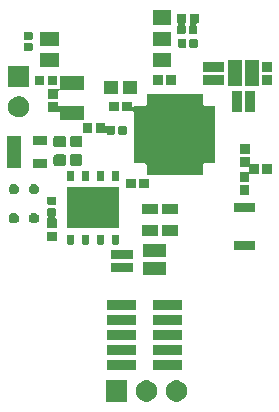
<source format=gbr>
G04 #@! TF.GenerationSoftware,KiCad,Pcbnew,(5.1.5)-3*
G04 #@! TF.CreationDate,2021-08-20T07:44:17+02:00*
G04 #@! TF.ProjectId,nRF52832_qfaa,6e524635-3238-4333-925f-716661612e6b,rev?*
G04 #@! TF.SameCoordinates,Original*
G04 #@! TF.FileFunction,Soldermask,Top*
G04 #@! TF.FilePolarity,Negative*
%FSLAX46Y46*%
G04 Gerber Fmt 4.6, Leading zero omitted, Abs format (unit mm)*
G04 Created by KiCad (PCBNEW (5.1.5)-3) date 2021-08-20 07:44:17*
%MOMM*%
%LPD*%
G04 APERTURE LIST*
%ADD10C,0.100000*%
G04 APERTURE END LIST*
D10*
G36*
X145452400Y-128586800D02*
G01*
X143650400Y-128586800D01*
X143650400Y-126784800D01*
X145452400Y-126784800D01*
X145452400Y-128586800D01*
G37*
G36*
X147204912Y-126789727D02*
G01*
X147354212Y-126819424D01*
X147518184Y-126887344D01*
X147665754Y-126985947D01*
X147791253Y-127111446D01*
X147889856Y-127259016D01*
X147957776Y-127422988D01*
X147992400Y-127597059D01*
X147992400Y-127774541D01*
X147957776Y-127948612D01*
X147889856Y-128112584D01*
X147791253Y-128260154D01*
X147665754Y-128385653D01*
X147518184Y-128484256D01*
X147354212Y-128552176D01*
X147204912Y-128581873D01*
X147180142Y-128586800D01*
X147002658Y-128586800D01*
X146977888Y-128581873D01*
X146828588Y-128552176D01*
X146664616Y-128484256D01*
X146517046Y-128385653D01*
X146391547Y-128260154D01*
X146292944Y-128112584D01*
X146225024Y-127948612D01*
X146190400Y-127774541D01*
X146190400Y-127597059D01*
X146225024Y-127422988D01*
X146292944Y-127259016D01*
X146391547Y-127111446D01*
X146517046Y-126985947D01*
X146664616Y-126887344D01*
X146828588Y-126819424D01*
X146977888Y-126789727D01*
X147002658Y-126784800D01*
X147180142Y-126784800D01*
X147204912Y-126789727D01*
G37*
G36*
X149744912Y-126789727D02*
G01*
X149894212Y-126819424D01*
X150058184Y-126887344D01*
X150205754Y-126985947D01*
X150331253Y-127111446D01*
X150429856Y-127259016D01*
X150497776Y-127422988D01*
X150532400Y-127597059D01*
X150532400Y-127774541D01*
X150497776Y-127948612D01*
X150429856Y-128112584D01*
X150331253Y-128260154D01*
X150205754Y-128385653D01*
X150058184Y-128484256D01*
X149894212Y-128552176D01*
X149744912Y-128581873D01*
X149720142Y-128586800D01*
X149542658Y-128586800D01*
X149517888Y-128581873D01*
X149368588Y-128552176D01*
X149204616Y-128484256D01*
X149057046Y-128385653D01*
X148931547Y-128260154D01*
X148832944Y-128112584D01*
X148765024Y-127948612D01*
X148730400Y-127774541D01*
X148730400Y-127597059D01*
X148765024Y-127422988D01*
X148832944Y-127259016D01*
X148931547Y-127111446D01*
X149057046Y-126985947D01*
X149204616Y-126887344D01*
X149368588Y-126819424D01*
X149517888Y-126789727D01*
X149542658Y-126784800D01*
X149720142Y-126784800D01*
X149744912Y-126789727D01*
G37*
G36*
X150140000Y-125922400D02*
G01*
X147638000Y-125922400D01*
X147638000Y-125080400D01*
X150140000Y-125080400D01*
X150140000Y-125922400D01*
G37*
G36*
X146240000Y-125922400D02*
G01*
X143738000Y-125922400D01*
X143738000Y-125080400D01*
X146240000Y-125080400D01*
X146240000Y-125922400D01*
G37*
G36*
X146240000Y-124652400D02*
G01*
X143738000Y-124652400D01*
X143738000Y-123810400D01*
X146240000Y-123810400D01*
X146240000Y-124652400D01*
G37*
G36*
X150140000Y-124652400D02*
G01*
X147638000Y-124652400D01*
X147638000Y-123810400D01*
X150140000Y-123810400D01*
X150140000Y-124652400D01*
G37*
G36*
X150140000Y-123382400D02*
G01*
X147638000Y-123382400D01*
X147638000Y-122540400D01*
X150140000Y-122540400D01*
X150140000Y-123382400D01*
G37*
G36*
X146240000Y-123382400D02*
G01*
X143738000Y-123382400D01*
X143738000Y-122540400D01*
X146240000Y-122540400D01*
X146240000Y-123382400D01*
G37*
G36*
X150140000Y-122112400D02*
G01*
X147638000Y-122112400D01*
X147638000Y-121270400D01*
X150140000Y-121270400D01*
X150140000Y-122112400D01*
G37*
G36*
X146240000Y-122112400D02*
G01*
X143738000Y-122112400D01*
X143738000Y-121270400D01*
X146240000Y-121270400D01*
X146240000Y-122112400D01*
G37*
G36*
X150140000Y-120842400D02*
G01*
X147638000Y-120842400D01*
X147638000Y-120000400D01*
X150140000Y-120000400D01*
X150140000Y-120842400D01*
G37*
G36*
X146240000Y-120842400D02*
G01*
X143738000Y-120842400D01*
X143738000Y-120000400D01*
X146240000Y-120000400D01*
X146240000Y-120842400D01*
G37*
G36*
X148778200Y-117861600D02*
G01*
X146776200Y-117861600D01*
X146776200Y-116759600D01*
X148778200Y-116759600D01*
X148778200Y-117861600D01*
G37*
G36*
X144983153Y-116814934D02*
G01*
X145004764Y-116826485D01*
X145028213Y-116833598D01*
X145052599Y-116836000D01*
X145918200Y-116836000D01*
X145918200Y-117639200D01*
X145064728Y-117639200D01*
X145059447Y-117634866D01*
X145037836Y-117623315D01*
X145014387Y-117616202D01*
X144990001Y-117613800D01*
X144124400Y-117613800D01*
X144124400Y-116810600D01*
X144977872Y-116810600D01*
X144983153Y-116814934D01*
G37*
G36*
X144983153Y-115714934D02*
G01*
X145004764Y-115726485D01*
X145028213Y-115733598D01*
X145052599Y-115736000D01*
X145918200Y-115736000D01*
X145918200Y-116539200D01*
X145064728Y-116539200D01*
X145059447Y-116534866D01*
X145037836Y-116523315D01*
X145014387Y-116516202D01*
X144990001Y-116513800D01*
X144124400Y-116513800D01*
X144124400Y-115710600D01*
X144977872Y-115710600D01*
X144983153Y-115714934D01*
G37*
G36*
X148778200Y-116361600D02*
G01*
X146776200Y-116361600D01*
X146776200Y-115259600D01*
X148778200Y-115259600D01*
X148778200Y-116361600D01*
G37*
G36*
X156248200Y-115767400D02*
G01*
X154546200Y-115767400D01*
X154546200Y-114965400D01*
X156248200Y-114965400D01*
X156248200Y-115767400D01*
G37*
G36*
X144705251Y-114442684D02*
G01*
X144721643Y-114447657D01*
X144736755Y-114455734D01*
X144749998Y-114466602D01*
X144760866Y-114479845D01*
X144768943Y-114494957D01*
X144773916Y-114511349D01*
X144776200Y-114534541D01*
X144776200Y-115198259D01*
X144773916Y-115221451D01*
X144768943Y-115237843D01*
X144760866Y-115252955D01*
X144749998Y-115266198D01*
X144736755Y-115277066D01*
X144721643Y-115285143D01*
X144705251Y-115290116D01*
X144682059Y-115292400D01*
X144268341Y-115292400D01*
X144245149Y-115290116D01*
X144228757Y-115285143D01*
X144213645Y-115277066D01*
X144200402Y-115266198D01*
X144189534Y-115252955D01*
X144181457Y-115237843D01*
X144176484Y-115221451D01*
X144174200Y-115198259D01*
X144174200Y-114534541D01*
X144176484Y-114511349D01*
X144181457Y-114494957D01*
X144189534Y-114479845D01*
X144200402Y-114466602D01*
X144213645Y-114455734D01*
X144228757Y-114447657D01*
X144245149Y-114442684D01*
X144268341Y-114440400D01*
X144682059Y-114440400D01*
X144705251Y-114442684D01*
G37*
G36*
X143435251Y-114442684D02*
G01*
X143451643Y-114447657D01*
X143466755Y-114455734D01*
X143479998Y-114466602D01*
X143490866Y-114479845D01*
X143498943Y-114494957D01*
X143503916Y-114511349D01*
X143506200Y-114534541D01*
X143506200Y-115198259D01*
X143503916Y-115221451D01*
X143498943Y-115237843D01*
X143490866Y-115252955D01*
X143479998Y-115266198D01*
X143466755Y-115277066D01*
X143451643Y-115285143D01*
X143435251Y-115290116D01*
X143412059Y-115292400D01*
X142998341Y-115292400D01*
X142975149Y-115290116D01*
X142958757Y-115285143D01*
X142943645Y-115277066D01*
X142930402Y-115266198D01*
X142919534Y-115252955D01*
X142911457Y-115237843D01*
X142906484Y-115221451D01*
X142904200Y-115198259D01*
X142904200Y-114534541D01*
X142906484Y-114511349D01*
X142911457Y-114494957D01*
X142919534Y-114479845D01*
X142930402Y-114466602D01*
X142943645Y-114455734D01*
X142958757Y-114447657D01*
X142975149Y-114442684D01*
X142998341Y-114440400D01*
X143412059Y-114440400D01*
X143435251Y-114442684D01*
G37*
G36*
X142165251Y-114442684D02*
G01*
X142181643Y-114447657D01*
X142196755Y-114455734D01*
X142209998Y-114466602D01*
X142220866Y-114479845D01*
X142228943Y-114494957D01*
X142233916Y-114511349D01*
X142236200Y-114534541D01*
X142236200Y-115198259D01*
X142233916Y-115221451D01*
X142228943Y-115237843D01*
X142220866Y-115252955D01*
X142209998Y-115266198D01*
X142196755Y-115277066D01*
X142181643Y-115285143D01*
X142165251Y-115290116D01*
X142142059Y-115292400D01*
X141728341Y-115292400D01*
X141705149Y-115290116D01*
X141688757Y-115285143D01*
X141673645Y-115277066D01*
X141660402Y-115266198D01*
X141649534Y-115252955D01*
X141641457Y-115237843D01*
X141636484Y-115221451D01*
X141634200Y-115198259D01*
X141634200Y-114534541D01*
X141636484Y-114511349D01*
X141641457Y-114494957D01*
X141649534Y-114479845D01*
X141660402Y-114466602D01*
X141673645Y-114455734D01*
X141688757Y-114447657D01*
X141705149Y-114442684D01*
X141728341Y-114440400D01*
X142142059Y-114440400D01*
X142165251Y-114442684D01*
G37*
G36*
X140895251Y-114442684D02*
G01*
X140911643Y-114447657D01*
X140926755Y-114455734D01*
X140939998Y-114466602D01*
X140950866Y-114479845D01*
X140958943Y-114494957D01*
X140963916Y-114511349D01*
X140966200Y-114534541D01*
X140966200Y-115198259D01*
X140963916Y-115221451D01*
X140958943Y-115237843D01*
X140950866Y-115252955D01*
X140939998Y-115266198D01*
X140926755Y-115277066D01*
X140911643Y-115285143D01*
X140895251Y-115290116D01*
X140872059Y-115292400D01*
X140458341Y-115292400D01*
X140435149Y-115290116D01*
X140418757Y-115285143D01*
X140403645Y-115277066D01*
X140390402Y-115266198D01*
X140379534Y-115252955D01*
X140371457Y-115237843D01*
X140366484Y-115221451D01*
X140364200Y-115198259D01*
X140364200Y-114534541D01*
X140366484Y-114511349D01*
X140371457Y-114494957D01*
X140379534Y-114479845D01*
X140390402Y-114466602D01*
X140403645Y-114455734D01*
X140418757Y-114447657D01*
X140435149Y-114442684D01*
X140458341Y-114440400D01*
X140872059Y-114440400D01*
X140895251Y-114442684D01*
G37*
G36*
X139492000Y-114988800D02*
G01*
X138688800Y-114988800D01*
X138688800Y-114185600D01*
X139492000Y-114185600D01*
X139492000Y-114988800D01*
G37*
G36*
X148085400Y-114533400D02*
G01*
X146733400Y-114533400D01*
X146733400Y-113631400D01*
X148085400Y-113631400D01*
X148085400Y-114533400D01*
G37*
G36*
X149735400Y-114533400D02*
G01*
X148383400Y-114533400D01*
X148383400Y-113631400D01*
X149735400Y-113631400D01*
X149735400Y-114533400D01*
G37*
G36*
X144771200Y-113917400D02*
G01*
X140369200Y-113917400D01*
X140369200Y-110415400D01*
X144771200Y-110415400D01*
X144771200Y-113917400D01*
G37*
G36*
X139346938Y-112208916D02*
G01*
X139367557Y-112215171D01*
X139386553Y-112225324D01*
X139403208Y-112238992D01*
X139416876Y-112255647D01*
X139427029Y-112274643D01*
X139433284Y-112295262D01*
X139436000Y-112322840D01*
X139436000Y-112781560D01*
X139433284Y-112809138D01*
X139427029Y-112829757D01*
X139416876Y-112848753D01*
X139401773Y-112867155D01*
X139387627Y-112881300D01*
X139374013Y-112901674D01*
X139364635Y-112924313D01*
X139359854Y-112948346D01*
X139359854Y-112972850D01*
X139364634Y-112996883D01*
X139374010Y-113019522D01*
X139387624Y-113039897D01*
X139404950Y-113057225D01*
X139425324Y-113070839D01*
X139447963Y-113080217D01*
X139471996Y-113084998D01*
X139484251Y-113085600D01*
X139492000Y-113085600D01*
X139492000Y-113888800D01*
X138688800Y-113888800D01*
X138688800Y-113077536D01*
X138693584Y-113076085D01*
X138715195Y-113064534D01*
X138734137Y-113048989D01*
X138749682Y-113030047D01*
X138761233Y-113008436D01*
X138768346Y-112984987D01*
X138770748Y-112960601D01*
X138768346Y-112936215D01*
X138761233Y-112912766D01*
X138749682Y-112891155D01*
X138734137Y-112872213D01*
X138727272Y-112865992D01*
X138713124Y-112848753D01*
X138702971Y-112829757D01*
X138696716Y-112809138D01*
X138694000Y-112781560D01*
X138694000Y-112322840D01*
X138696716Y-112295262D01*
X138702971Y-112274643D01*
X138713124Y-112255647D01*
X138726792Y-112238992D01*
X138743447Y-112225324D01*
X138762443Y-112215171D01*
X138783062Y-112208916D01*
X138810640Y-112206200D01*
X139319360Y-112206200D01*
X139346938Y-112208916D01*
G37*
G36*
X135997952Y-112617931D02*
G01*
X136080027Y-112651928D01*
X136080029Y-112651929D01*
X136153896Y-112701286D01*
X136216714Y-112764104D01*
X136260583Y-112829757D01*
X136266072Y-112837973D01*
X136300069Y-112920048D01*
X136317400Y-113007179D01*
X136317400Y-113096021D01*
X136300069Y-113183152D01*
X136266072Y-113265227D01*
X136266071Y-113265229D01*
X136216714Y-113339096D01*
X136153896Y-113401914D01*
X136080029Y-113451271D01*
X136080028Y-113451272D01*
X136080027Y-113451272D01*
X135997952Y-113485269D01*
X135910821Y-113502600D01*
X135821979Y-113502600D01*
X135734848Y-113485269D01*
X135652773Y-113451272D01*
X135652772Y-113451272D01*
X135652771Y-113451271D01*
X135578904Y-113401914D01*
X135516086Y-113339096D01*
X135466729Y-113265229D01*
X135466728Y-113265227D01*
X135432731Y-113183152D01*
X135415400Y-113096021D01*
X135415400Y-113007179D01*
X135432731Y-112920048D01*
X135466728Y-112837973D01*
X135472218Y-112829757D01*
X135516086Y-112764104D01*
X135578904Y-112701286D01*
X135652771Y-112651929D01*
X135652773Y-112651928D01*
X135734848Y-112617931D01*
X135821979Y-112600600D01*
X135910821Y-112600600D01*
X135997952Y-112617931D01*
G37*
G36*
X137697952Y-112617931D02*
G01*
X137780027Y-112651928D01*
X137780029Y-112651929D01*
X137853896Y-112701286D01*
X137916714Y-112764104D01*
X137960583Y-112829757D01*
X137966072Y-112837973D01*
X138000069Y-112920048D01*
X138017400Y-113007179D01*
X138017400Y-113096021D01*
X138000069Y-113183152D01*
X137966072Y-113265227D01*
X137966071Y-113265229D01*
X137916714Y-113339096D01*
X137853896Y-113401914D01*
X137780029Y-113451271D01*
X137780028Y-113451272D01*
X137780027Y-113451272D01*
X137697952Y-113485269D01*
X137610821Y-113502600D01*
X137521979Y-113502600D01*
X137434848Y-113485269D01*
X137352773Y-113451272D01*
X137352772Y-113451272D01*
X137352771Y-113451271D01*
X137278904Y-113401914D01*
X137216086Y-113339096D01*
X137166729Y-113265229D01*
X137166728Y-113265227D01*
X137132731Y-113183152D01*
X137115400Y-113096021D01*
X137115400Y-113007179D01*
X137132731Y-112920048D01*
X137166728Y-112837973D01*
X137172218Y-112829757D01*
X137216086Y-112764104D01*
X137278904Y-112701286D01*
X137352771Y-112651929D01*
X137352773Y-112651928D01*
X137434848Y-112617931D01*
X137521979Y-112600600D01*
X137610821Y-112600600D01*
X137697952Y-112617931D01*
G37*
G36*
X148085400Y-112733400D02*
G01*
X146733400Y-112733400D01*
X146733400Y-111831400D01*
X148085400Y-111831400D01*
X148085400Y-112733400D01*
G37*
G36*
X149735400Y-112733400D02*
G01*
X148383400Y-112733400D01*
X148383400Y-111831400D01*
X149735400Y-111831400D01*
X149735400Y-112733400D01*
G37*
G36*
X156248200Y-112567400D02*
G01*
X154546200Y-112567400D01*
X154546200Y-111765400D01*
X156248200Y-111765400D01*
X156248200Y-112567400D01*
G37*
G36*
X139346938Y-111238916D02*
G01*
X139367557Y-111245171D01*
X139386553Y-111255324D01*
X139403208Y-111268992D01*
X139416876Y-111285647D01*
X139427029Y-111304643D01*
X139433284Y-111325262D01*
X139436000Y-111352840D01*
X139436000Y-111811560D01*
X139433284Y-111839138D01*
X139427029Y-111859757D01*
X139416876Y-111878753D01*
X139403208Y-111895408D01*
X139386553Y-111909076D01*
X139367557Y-111919229D01*
X139346938Y-111925484D01*
X139319360Y-111928200D01*
X138810640Y-111928200D01*
X138783062Y-111925484D01*
X138762443Y-111919229D01*
X138743447Y-111909076D01*
X138726792Y-111895408D01*
X138713124Y-111878753D01*
X138702971Y-111859757D01*
X138696716Y-111839138D01*
X138694000Y-111811560D01*
X138694000Y-111352840D01*
X138696716Y-111325262D01*
X138702971Y-111304643D01*
X138713124Y-111285647D01*
X138726792Y-111268992D01*
X138743447Y-111255324D01*
X138762443Y-111245171D01*
X138783062Y-111238916D01*
X138810640Y-111236200D01*
X139319360Y-111236200D01*
X139346938Y-111238916D01*
G37*
G36*
X155798800Y-111060600D02*
G01*
X154995600Y-111060600D01*
X154995600Y-110257400D01*
X155798800Y-110257400D01*
X155798800Y-111060600D01*
G37*
G36*
X135997952Y-110157931D02*
G01*
X136080027Y-110191928D01*
X136080029Y-110191929D01*
X136117213Y-110216775D01*
X136153895Y-110241285D01*
X136216715Y-110304105D01*
X136266072Y-110377973D01*
X136300069Y-110460048D01*
X136317400Y-110547179D01*
X136317400Y-110636021D01*
X136300069Y-110723152D01*
X136266072Y-110805227D01*
X136266071Y-110805229D01*
X136216714Y-110879096D01*
X136153896Y-110941914D01*
X136080029Y-110991271D01*
X136080028Y-110991272D01*
X136080027Y-110991272D01*
X135997952Y-111025269D01*
X135910821Y-111042600D01*
X135821979Y-111042600D01*
X135734848Y-111025269D01*
X135652773Y-110991272D01*
X135652772Y-110991272D01*
X135652771Y-110991271D01*
X135578904Y-110941914D01*
X135516086Y-110879096D01*
X135466729Y-110805229D01*
X135466728Y-110805227D01*
X135432731Y-110723152D01*
X135415400Y-110636021D01*
X135415400Y-110547179D01*
X135432731Y-110460048D01*
X135466728Y-110377973D01*
X135516085Y-110304105D01*
X135578905Y-110241285D01*
X135615587Y-110216775D01*
X135652771Y-110191929D01*
X135652773Y-110191928D01*
X135734848Y-110157931D01*
X135821979Y-110140600D01*
X135910821Y-110140600D01*
X135997952Y-110157931D01*
G37*
G36*
X137697952Y-110157931D02*
G01*
X137780027Y-110191928D01*
X137780029Y-110191929D01*
X137817213Y-110216775D01*
X137853895Y-110241285D01*
X137916715Y-110304105D01*
X137966072Y-110377973D01*
X138000069Y-110460048D01*
X138017400Y-110547179D01*
X138017400Y-110636021D01*
X138000069Y-110723152D01*
X137966072Y-110805227D01*
X137966071Y-110805229D01*
X137916714Y-110879096D01*
X137853896Y-110941914D01*
X137780029Y-110991271D01*
X137780028Y-110991272D01*
X137780027Y-110991272D01*
X137697952Y-111025269D01*
X137610821Y-111042600D01*
X137521979Y-111042600D01*
X137434848Y-111025269D01*
X137352773Y-110991272D01*
X137352772Y-110991272D01*
X137352771Y-110991271D01*
X137278904Y-110941914D01*
X137216086Y-110879096D01*
X137166729Y-110805229D01*
X137166728Y-110805227D01*
X137132731Y-110723152D01*
X137115400Y-110636021D01*
X137115400Y-110547179D01*
X137132731Y-110460048D01*
X137166728Y-110377973D01*
X137216085Y-110304105D01*
X137278905Y-110241285D01*
X137315587Y-110216775D01*
X137352771Y-110191929D01*
X137352773Y-110191928D01*
X137434848Y-110157931D01*
X137521979Y-110140600D01*
X137610821Y-110140600D01*
X137697952Y-110157931D01*
G37*
G36*
X147297600Y-110536000D02*
G01*
X146494400Y-110536000D01*
X146494400Y-109732800D01*
X147297600Y-109732800D01*
X147297600Y-110536000D01*
G37*
G36*
X146197600Y-110536000D02*
G01*
X145394400Y-110536000D01*
X145394400Y-109732800D01*
X146197600Y-109732800D01*
X146197600Y-110536000D01*
G37*
G36*
X155824200Y-108363201D02*
G01*
X155826602Y-108387587D01*
X155833715Y-108411036D01*
X155845266Y-108432647D01*
X155860811Y-108451589D01*
X155879753Y-108467134D01*
X155901364Y-108478685D01*
X155924813Y-108485798D01*
X155949199Y-108488200D01*
X156620400Y-108488200D01*
X156620400Y-109291400D01*
X155923799Y-109291400D01*
X155899413Y-109293802D01*
X155875964Y-109300915D01*
X155854353Y-109312466D01*
X155835411Y-109328011D01*
X155819866Y-109346953D01*
X155808315Y-109368564D01*
X155801202Y-109392013D01*
X155798800Y-109416399D01*
X155798800Y-109960600D01*
X154995600Y-109960600D01*
X154995600Y-109157400D01*
X155692201Y-109157400D01*
X155716587Y-109154998D01*
X155740036Y-109147885D01*
X155761647Y-109136334D01*
X155780589Y-109120789D01*
X155796134Y-109101847D01*
X155807685Y-109080236D01*
X155814798Y-109056787D01*
X155817200Y-109032401D01*
X155817200Y-108823399D01*
X155814798Y-108799013D01*
X155807685Y-108775564D01*
X155796134Y-108753953D01*
X155780589Y-108735011D01*
X155761647Y-108719466D01*
X155740036Y-108707915D01*
X155716587Y-108700802D01*
X155692201Y-108698400D01*
X155021000Y-108698400D01*
X155021000Y-107895200D01*
X155824200Y-107895200D01*
X155824200Y-108363201D01*
G37*
G36*
X144705251Y-109042684D02*
G01*
X144721643Y-109047657D01*
X144736755Y-109055734D01*
X144749998Y-109066602D01*
X144760866Y-109079845D01*
X144768943Y-109094957D01*
X144773916Y-109111349D01*
X144776200Y-109134541D01*
X144776200Y-109798259D01*
X144773916Y-109821451D01*
X144768943Y-109837843D01*
X144760866Y-109852955D01*
X144749998Y-109866198D01*
X144736755Y-109877066D01*
X144721643Y-109885143D01*
X144705251Y-109890116D01*
X144682059Y-109892400D01*
X144268341Y-109892400D01*
X144245149Y-109890116D01*
X144228757Y-109885143D01*
X144213645Y-109877066D01*
X144200402Y-109866198D01*
X144189534Y-109852955D01*
X144181457Y-109837843D01*
X144176484Y-109821451D01*
X144174200Y-109798259D01*
X144174200Y-109134541D01*
X144176484Y-109111349D01*
X144181457Y-109094957D01*
X144189534Y-109079845D01*
X144200402Y-109066602D01*
X144213645Y-109055734D01*
X144228757Y-109047657D01*
X144245149Y-109042684D01*
X144268341Y-109040400D01*
X144682059Y-109040400D01*
X144705251Y-109042684D01*
G37*
G36*
X140895251Y-109042684D02*
G01*
X140911643Y-109047657D01*
X140926755Y-109055734D01*
X140939998Y-109066602D01*
X140950866Y-109079845D01*
X140958943Y-109094957D01*
X140963916Y-109111349D01*
X140966200Y-109134541D01*
X140966200Y-109798259D01*
X140963916Y-109821451D01*
X140958943Y-109837843D01*
X140950866Y-109852955D01*
X140939998Y-109866198D01*
X140926755Y-109877066D01*
X140911643Y-109885143D01*
X140895251Y-109890116D01*
X140872059Y-109892400D01*
X140458341Y-109892400D01*
X140435149Y-109890116D01*
X140418757Y-109885143D01*
X140403645Y-109877066D01*
X140390402Y-109866198D01*
X140379534Y-109852955D01*
X140371457Y-109837843D01*
X140366484Y-109821451D01*
X140364200Y-109798259D01*
X140364200Y-109134541D01*
X140366484Y-109111349D01*
X140371457Y-109094957D01*
X140379534Y-109079845D01*
X140390402Y-109066602D01*
X140403645Y-109055734D01*
X140418757Y-109047657D01*
X140435149Y-109042684D01*
X140458341Y-109040400D01*
X140872059Y-109040400D01*
X140895251Y-109042684D01*
G37*
G36*
X142165251Y-109042684D02*
G01*
X142181643Y-109047657D01*
X142196755Y-109055734D01*
X142209998Y-109066602D01*
X142220866Y-109079845D01*
X142228943Y-109094957D01*
X142233916Y-109111349D01*
X142236200Y-109134541D01*
X142236200Y-109798259D01*
X142233916Y-109821451D01*
X142228943Y-109837843D01*
X142220866Y-109852955D01*
X142209998Y-109866198D01*
X142196755Y-109877066D01*
X142181643Y-109885143D01*
X142165251Y-109890116D01*
X142142059Y-109892400D01*
X141728341Y-109892400D01*
X141705149Y-109890116D01*
X141688757Y-109885143D01*
X141673645Y-109877066D01*
X141660402Y-109866198D01*
X141649534Y-109852955D01*
X141641457Y-109837843D01*
X141636484Y-109821451D01*
X141634200Y-109798259D01*
X141634200Y-109134541D01*
X141636484Y-109111349D01*
X141641457Y-109094957D01*
X141649534Y-109079845D01*
X141660402Y-109066602D01*
X141673645Y-109055734D01*
X141688757Y-109047657D01*
X141705149Y-109042684D01*
X141728341Y-109040400D01*
X142142059Y-109040400D01*
X142165251Y-109042684D01*
G37*
G36*
X143435251Y-109042684D02*
G01*
X143451643Y-109047657D01*
X143466755Y-109055734D01*
X143479998Y-109066602D01*
X143490866Y-109079845D01*
X143498943Y-109094957D01*
X143503916Y-109111349D01*
X143506200Y-109134541D01*
X143506200Y-109798259D01*
X143503916Y-109821451D01*
X143498943Y-109837843D01*
X143490866Y-109852955D01*
X143479998Y-109866198D01*
X143466755Y-109877066D01*
X143451643Y-109885143D01*
X143435251Y-109890116D01*
X143412059Y-109892400D01*
X142998341Y-109892400D01*
X142975149Y-109890116D01*
X142958757Y-109885143D01*
X142943645Y-109877066D01*
X142930402Y-109866198D01*
X142919534Y-109852955D01*
X142911457Y-109837843D01*
X142906484Y-109821451D01*
X142904200Y-109798259D01*
X142904200Y-109134541D01*
X142906484Y-109111349D01*
X142911457Y-109094957D01*
X142919534Y-109079845D01*
X142930402Y-109066602D01*
X142943645Y-109055734D01*
X142958757Y-109047657D01*
X142975149Y-109042684D01*
X142998341Y-109040400D01*
X143412059Y-109040400D01*
X143435251Y-109042684D01*
G37*
G36*
X151902700Y-103427001D02*
G01*
X151905102Y-103451387D01*
X151912215Y-103474836D01*
X151923766Y-103496447D01*
X151939311Y-103515389D01*
X151958253Y-103530934D01*
X151968363Y-103536337D01*
X151973766Y-103546447D01*
X151989311Y-103565389D01*
X152008253Y-103580934D01*
X152029864Y-103592485D01*
X152053313Y-103599598D01*
X152077699Y-103602000D01*
X152927700Y-103602000D01*
X152927700Y-108405200D01*
X152077699Y-108405200D01*
X152053313Y-108407602D01*
X152029864Y-108414715D01*
X152008253Y-108426266D01*
X151989311Y-108441811D01*
X151973766Y-108460753D01*
X151968363Y-108470863D01*
X151958253Y-108476266D01*
X151939311Y-108491811D01*
X151923766Y-108510753D01*
X151912215Y-108532364D01*
X151905102Y-108555813D01*
X151902700Y-108580199D01*
X151902700Y-109430200D01*
X147099500Y-109430200D01*
X147099500Y-108580199D01*
X147097098Y-108555813D01*
X147089985Y-108532364D01*
X147078434Y-108510753D01*
X147062889Y-108491811D01*
X147043947Y-108476266D01*
X147033837Y-108470863D01*
X147028434Y-108460753D01*
X147012889Y-108441811D01*
X146993947Y-108426266D01*
X146972336Y-108414715D01*
X146948887Y-108407602D01*
X146924501Y-108405200D01*
X146074500Y-108405200D01*
X146074500Y-104130199D01*
X146072098Y-104105813D01*
X146064985Y-104082364D01*
X146053434Y-104060753D01*
X146037889Y-104041811D01*
X146018947Y-104026266D01*
X145997336Y-104014715D01*
X145973887Y-104007602D01*
X145949501Y-104005200D01*
X145049500Y-104005200D01*
X145049500Y-103202000D01*
X145852700Y-103202000D01*
X145852700Y-103506306D01*
X145855102Y-103530692D01*
X145862215Y-103554141D01*
X145873766Y-103575752D01*
X145889311Y-103594694D01*
X145908253Y-103610239D01*
X145929864Y-103621790D01*
X145953313Y-103628903D01*
X145977699Y-103631305D01*
X146002085Y-103628903D01*
X146025534Y-103621790D01*
X146047145Y-103610239D01*
X146056235Y-103602000D01*
X146057228Y-103602000D01*
X146057495Y-103602325D01*
X146057891Y-103602000D01*
X146924501Y-103602000D01*
X146948887Y-103599598D01*
X146972336Y-103592485D01*
X146993947Y-103580934D01*
X147012889Y-103565389D01*
X147028434Y-103546447D01*
X147033837Y-103536337D01*
X147043947Y-103530934D01*
X147062889Y-103515389D01*
X147078434Y-103496447D01*
X147089985Y-103474836D01*
X147097098Y-103451387D01*
X147099500Y-103427001D01*
X147099500Y-102577000D01*
X151902700Y-102577000D01*
X151902700Y-103427001D01*
G37*
G36*
X157720400Y-109291400D02*
G01*
X156917200Y-109291400D01*
X156917200Y-108488200D01*
X157720400Y-108488200D01*
X157720400Y-109291400D01*
G37*
G36*
X136471000Y-108768000D02*
G01*
X135309000Y-108768000D01*
X135309000Y-106116000D01*
X136471000Y-106116000D01*
X136471000Y-108768000D01*
G37*
G36*
X138671000Y-108768000D02*
G01*
X137509000Y-108768000D01*
X137509000Y-108016000D01*
X138671000Y-108016000D01*
X138671000Y-108768000D01*
G37*
G36*
X140130391Y-107668885D02*
G01*
X140164369Y-107679193D01*
X140195690Y-107695934D01*
X140223139Y-107718461D01*
X140245666Y-107745910D01*
X140262407Y-107777231D01*
X140272715Y-107811209D01*
X140276800Y-107852690D01*
X140276800Y-108453910D01*
X140272715Y-108495391D01*
X140262407Y-108529369D01*
X140245666Y-108560690D01*
X140223139Y-108588139D01*
X140195690Y-108610666D01*
X140164369Y-108627407D01*
X140130391Y-108637715D01*
X140088910Y-108641800D01*
X139412690Y-108641800D01*
X139371209Y-108637715D01*
X139337231Y-108627407D01*
X139305910Y-108610666D01*
X139278461Y-108588139D01*
X139255934Y-108560690D01*
X139239193Y-108529369D01*
X139228885Y-108495391D01*
X139224800Y-108453910D01*
X139224800Y-107852690D01*
X139228885Y-107811209D01*
X139239193Y-107777231D01*
X139255934Y-107745910D01*
X139278461Y-107718461D01*
X139305910Y-107695934D01*
X139337231Y-107679193D01*
X139371209Y-107668885D01*
X139412690Y-107664800D01*
X140088910Y-107664800D01*
X140130391Y-107668885D01*
G37*
G36*
X141527391Y-107643485D02*
G01*
X141561369Y-107653793D01*
X141592690Y-107670534D01*
X141620139Y-107693061D01*
X141642666Y-107720510D01*
X141659407Y-107751831D01*
X141669715Y-107785809D01*
X141673800Y-107827290D01*
X141673800Y-108428510D01*
X141669715Y-108469991D01*
X141659407Y-108503969D01*
X141642666Y-108535290D01*
X141620139Y-108562739D01*
X141592690Y-108585266D01*
X141561369Y-108602007D01*
X141527391Y-108612315D01*
X141485910Y-108616400D01*
X140809690Y-108616400D01*
X140768209Y-108612315D01*
X140734231Y-108602007D01*
X140702910Y-108585266D01*
X140675461Y-108562739D01*
X140652934Y-108535290D01*
X140636193Y-108503969D01*
X140625885Y-108469991D01*
X140621800Y-108428510D01*
X140621800Y-107827290D01*
X140625885Y-107785809D01*
X140636193Y-107751831D01*
X140652934Y-107720510D01*
X140675461Y-107693061D01*
X140702910Y-107670534D01*
X140734231Y-107653793D01*
X140768209Y-107643485D01*
X140809690Y-107639400D01*
X141485910Y-107639400D01*
X141527391Y-107643485D01*
G37*
G36*
X155824200Y-107598400D02*
G01*
X155021000Y-107598400D01*
X155021000Y-106795200D01*
X155824200Y-106795200D01*
X155824200Y-107598400D01*
G37*
G36*
X140130391Y-106093885D02*
G01*
X140164369Y-106104193D01*
X140195690Y-106120934D01*
X140223139Y-106143461D01*
X140245666Y-106170910D01*
X140262407Y-106202231D01*
X140272715Y-106236209D01*
X140276800Y-106277690D01*
X140276800Y-106878910D01*
X140272715Y-106920391D01*
X140262407Y-106954369D01*
X140245666Y-106985690D01*
X140223139Y-107013139D01*
X140195690Y-107035666D01*
X140164369Y-107052407D01*
X140130391Y-107062715D01*
X140088910Y-107066800D01*
X139412690Y-107066800D01*
X139371209Y-107062715D01*
X139337231Y-107052407D01*
X139305910Y-107035666D01*
X139278461Y-107013139D01*
X139255934Y-106985690D01*
X139239193Y-106954369D01*
X139228885Y-106920391D01*
X139224800Y-106878910D01*
X139224800Y-106277690D01*
X139228885Y-106236209D01*
X139239193Y-106202231D01*
X139255934Y-106170910D01*
X139278461Y-106143461D01*
X139305910Y-106120934D01*
X139337231Y-106104193D01*
X139371209Y-106093885D01*
X139412690Y-106089800D01*
X140088910Y-106089800D01*
X140130391Y-106093885D01*
G37*
G36*
X141527391Y-106068485D02*
G01*
X141561369Y-106078793D01*
X141592690Y-106095534D01*
X141620139Y-106118061D01*
X141642666Y-106145510D01*
X141659407Y-106176831D01*
X141669715Y-106210809D01*
X141673800Y-106252290D01*
X141673800Y-106853510D01*
X141669715Y-106894991D01*
X141659407Y-106928969D01*
X141642666Y-106960290D01*
X141620139Y-106987739D01*
X141592690Y-107010266D01*
X141561369Y-107027007D01*
X141527391Y-107037315D01*
X141485910Y-107041400D01*
X140809690Y-107041400D01*
X140768209Y-107037315D01*
X140734231Y-107027007D01*
X140702910Y-107010266D01*
X140675461Y-106987739D01*
X140652934Y-106960290D01*
X140636193Y-106928969D01*
X140625885Y-106894991D01*
X140621800Y-106853510D01*
X140621800Y-106252290D01*
X140625885Y-106210809D01*
X140636193Y-106176831D01*
X140652934Y-106145510D01*
X140675461Y-106118061D01*
X140702910Y-106095534D01*
X140734231Y-106078793D01*
X140768209Y-106068485D01*
X140809690Y-106064400D01*
X141485910Y-106064400D01*
X141527391Y-106068485D01*
G37*
G36*
X138671000Y-106868000D02*
G01*
X137509000Y-106868000D01*
X137509000Y-106116000D01*
X138671000Y-106116000D01*
X138671000Y-106868000D01*
G37*
G36*
X145318738Y-105244916D02*
G01*
X145339357Y-105251171D01*
X145358353Y-105261324D01*
X145375008Y-105274992D01*
X145388676Y-105291647D01*
X145398829Y-105310643D01*
X145405084Y-105331262D01*
X145407800Y-105358840D01*
X145407800Y-105867560D01*
X145405084Y-105895138D01*
X145398829Y-105915757D01*
X145388676Y-105934753D01*
X145375008Y-105951408D01*
X145358353Y-105965076D01*
X145339357Y-105975229D01*
X145318738Y-105981484D01*
X145291160Y-105984200D01*
X144832440Y-105984200D01*
X144804862Y-105981484D01*
X144784243Y-105975229D01*
X144765247Y-105965076D01*
X144748592Y-105951408D01*
X144734924Y-105934753D01*
X144724771Y-105915757D01*
X144718516Y-105895138D01*
X144715800Y-105867560D01*
X144715800Y-105358840D01*
X144718516Y-105331262D01*
X144724771Y-105310643D01*
X144734924Y-105291647D01*
X144748592Y-105274992D01*
X144765247Y-105261324D01*
X144784243Y-105251171D01*
X144804862Y-105244916D01*
X144832440Y-105242200D01*
X145291160Y-105242200D01*
X145318738Y-105244916D01*
G37*
G36*
X143598000Y-105158913D02*
G01*
X143600402Y-105183299D01*
X143607515Y-105206748D01*
X143619066Y-105228359D01*
X143634611Y-105247301D01*
X143653553Y-105262846D01*
X143675164Y-105274397D01*
X143698613Y-105281510D01*
X143722999Y-105283912D01*
X143747385Y-105281510D01*
X143770834Y-105274397D01*
X143792445Y-105262846D01*
X143792559Y-105262761D01*
X143814243Y-105251171D01*
X143834862Y-105244916D01*
X143862440Y-105242200D01*
X144321160Y-105242200D01*
X144348738Y-105244916D01*
X144369357Y-105251171D01*
X144388353Y-105261324D01*
X144405008Y-105274992D01*
X144418676Y-105291647D01*
X144428829Y-105310643D01*
X144435084Y-105331262D01*
X144437800Y-105358840D01*
X144437800Y-105867560D01*
X144435084Y-105895138D01*
X144428829Y-105915757D01*
X144418676Y-105934753D01*
X144405008Y-105951408D01*
X144388353Y-105965076D01*
X144369357Y-105975229D01*
X144348738Y-105981484D01*
X144321160Y-105984200D01*
X143862440Y-105984200D01*
X143834862Y-105981484D01*
X143814243Y-105975229D01*
X143795247Y-105965076D01*
X143778592Y-105951408D01*
X143764924Y-105934753D01*
X143754771Y-105915757D01*
X143750086Y-105900314D01*
X143740708Y-105877675D01*
X143727095Y-105857300D01*
X143709768Y-105839973D01*
X143689393Y-105826360D01*
X143666754Y-105816982D01*
X143642721Y-105812202D01*
X143630469Y-105811600D01*
X142794800Y-105811600D01*
X142794800Y-105008400D01*
X143598000Y-105008400D01*
X143598000Y-105158913D01*
G37*
G36*
X142498000Y-105811600D02*
G01*
X141694800Y-105811600D01*
X141694800Y-105008400D01*
X142498000Y-105008400D01*
X142498000Y-105811600D01*
G37*
G36*
X139602700Y-103418801D02*
G01*
X139605102Y-103443187D01*
X139612215Y-103466636D01*
X139623766Y-103488247D01*
X139639311Y-103507189D01*
X139658253Y-103522734D01*
X139679864Y-103534285D01*
X139703313Y-103541398D01*
X139727699Y-103543800D01*
X141819200Y-103543800D01*
X141819200Y-104747000D01*
X139816000Y-104747000D01*
X139816000Y-104180199D01*
X139813598Y-104155813D01*
X139806485Y-104132364D01*
X139794934Y-104110753D01*
X139779389Y-104091811D01*
X139760447Y-104076266D01*
X139738836Y-104064715D01*
X139715387Y-104057602D01*
X139691001Y-104055200D01*
X138799500Y-104055200D01*
X138799500Y-103252000D01*
X139602700Y-103252000D01*
X139602700Y-103418801D01*
G37*
G36*
X136384512Y-102735927D02*
G01*
X136533812Y-102765624D01*
X136697784Y-102833544D01*
X136845354Y-102932147D01*
X136970853Y-103057646D01*
X137069456Y-103205216D01*
X137137376Y-103369188D01*
X137162689Y-103496447D01*
X137169549Y-103530934D01*
X137172000Y-103543259D01*
X137172000Y-103720741D01*
X137137376Y-103894812D01*
X137069456Y-104058784D01*
X136970853Y-104206354D01*
X136845354Y-104331853D01*
X136697784Y-104430456D01*
X136533812Y-104498376D01*
X136384512Y-104528073D01*
X136359742Y-104533000D01*
X136182258Y-104533000D01*
X136157488Y-104528073D01*
X136008188Y-104498376D01*
X135844216Y-104430456D01*
X135696646Y-104331853D01*
X135571147Y-104206354D01*
X135472544Y-104058784D01*
X135404624Y-103894812D01*
X135370000Y-103720741D01*
X135370000Y-103543259D01*
X135372452Y-103530934D01*
X135379311Y-103496447D01*
X135404624Y-103369188D01*
X135472544Y-103205216D01*
X135571147Y-103057646D01*
X135696646Y-102932147D01*
X135844216Y-102833544D01*
X136008188Y-102765624D01*
X136157488Y-102735927D01*
X136182258Y-102731000D01*
X136359742Y-102731000D01*
X136384512Y-102735927D01*
G37*
G36*
X156252700Y-104105200D02*
G01*
X155449500Y-104105200D01*
X155449500Y-102302000D01*
X156252700Y-102302000D01*
X156252700Y-104105200D01*
G37*
G36*
X155152700Y-104105200D02*
G01*
X154349500Y-104105200D01*
X154349500Y-102302000D01*
X155152700Y-102302000D01*
X155152700Y-104105200D01*
G37*
G36*
X144752700Y-104005200D02*
G01*
X143949500Y-104005200D01*
X143949500Y-103202000D01*
X144752700Y-103202000D01*
X144752700Y-104005200D01*
G37*
G36*
X141819200Y-102247000D02*
G01*
X139727699Y-102247000D01*
X139703313Y-102249402D01*
X139679864Y-102256515D01*
X139658253Y-102268066D01*
X139639311Y-102283611D01*
X139623766Y-102302553D01*
X139612215Y-102324164D01*
X139605102Y-102347613D01*
X139602700Y-102371999D01*
X139602700Y-102955200D01*
X138799500Y-102955200D01*
X138799500Y-102152000D01*
X139691001Y-102152000D01*
X139715387Y-102149598D01*
X139738836Y-102142485D01*
X139760447Y-102130934D01*
X139779389Y-102115389D01*
X139794934Y-102096447D01*
X139806485Y-102074836D01*
X139813598Y-102051387D01*
X139816000Y-102027001D01*
X139816000Y-101043800D01*
X141819200Y-101043800D01*
X141819200Y-102247000D01*
G37*
G36*
X144727700Y-102532600D02*
G01*
X143474500Y-102532600D01*
X143474500Y-101429400D01*
X144727700Y-101429400D01*
X144727700Y-102532600D01*
G37*
G36*
X146327700Y-102532600D02*
G01*
X145074500Y-102532600D01*
X145074500Y-101429400D01*
X146327700Y-101429400D01*
X146327700Y-102532600D01*
G37*
G36*
X137172000Y-101993000D02*
G01*
X135370000Y-101993000D01*
X135370000Y-100191000D01*
X137172000Y-100191000D01*
X137172000Y-101993000D01*
G37*
G36*
X156602700Y-101905200D02*
G01*
X155449500Y-101905200D01*
X155449500Y-99702000D01*
X156602700Y-99702000D01*
X156602700Y-101905200D01*
G37*
G36*
X155152700Y-101905200D02*
G01*
X153999500Y-101905200D01*
X153999500Y-99702000D01*
X155152700Y-99702000D01*
X155152700Y-101905200D01*
G37*
G36*
X139534000Y-101798400D02*
G01*
X138730800Y-101798400D01*
X138730800Y-100995200D01*
X139534000Y-100995200D01*
X139534000Y-101798400D01*
G37*
G36*
X138434000Y-101798400D02*
G01*
X137630800Y-101798400D01*
X137630800Y-100995200D01*
X138434000Y-100995200D01*
X138434000Y-101798400D01*
G37*
G36*
X157702700Y-101755200D02*
G01*
X156899500Y-101755200D01*
X156899500Y-100952000D01*
X157702700Y-100952000D01*
X157702700Y-101755200D01*
G37*
G36*
X153702700Y-101755200D02*
G01*
X151899500Y-101755200D01*
X151899500Y-100952000D01*
X153702700Y-100952000D01*
X153702700Y-101755200D01*
G37*
G36*
X149592400Y-101747600D02*
G01*
X148789200Y-101747600D01*
X148789200Y-100944400D01*
X149592400Y-100944400D01*
X149592400Y-101747600D01*
G37*
G36*
X148492400Y-101747600D02*
G01*
X147689200Y-101747600D01*
X147689200Y-100944400D01*
X148492400Y-100944400D01*
X148492400Y-101747600D01*
G37*
G36*
X153702700Y-100655200D02*
G01*
X151899500Y-100655200D01*
X151899500Y-99852000D01*
X153702700Y-99852000D01*
X153702700Y-100655200D01*
G37*
G36*
X157702700Y-100655200D02*
G01*
X156899500Y-100655200D01*
X156899500Y-99852000D01*
X157702700Y-99852000D01*
X157702700Y-100655200D01*
G37*
G36*
X139713600Y-100270600D02*
G01*
X138111600Y-100270600D01*
X138111600Y-99068600D01*
X139713600Y-99068600D01*
X139713600Y-100270600D01*
G37*
G36*
X149213600Y-100270600D02*
G01*
X147611600Y-100270600D01*
X147611600Y-99068600D01*
X149213600Y-99068600D01*
X149213600Y-100270600D01*
G37*
G36*
X137365738Y-98236516D02*
G01*
X137386357Y-98242771D01*
X137405353Y-98252924D01*
X137422008Y-98266592D01*
X137435676Y-98283247D01*
X137445829Y-98302243D01*
X137452084Y-98322862D01*
X137454800Y-98350440D01*
X137454800Y-98809160D01*
X137452084Y-98836738D01*
X137445829Y-98857357D01*
X137435676Y-98876353D01*
X137422008Y-98893008D01*
X137405353Y-98906676D01*
X137386357Y-98916829D01*
X137365738Y-98923084D01*
X137338160Y-98925800D01*
X136829440Y-98925800D01*
X136801862Y-98923084D01*
X136781243Y-98916829D01*
X136762247Y-98906676D01*
X136745592Y-98893008D01*
X136731924Y-98876353D01*
X136721771Y-98857357D01*
X136715516Y-98836738D01*
X136712800Y-98809160D01*
X136712800Y-98350440D01*
X136715516Y-98322862D01*
X136721771Y-98302243D01*
X136731924Y-98283247D01*
X136745592Y-98266592D01*
X136762247Y-98252924D01*
X136781243Y-98242771D01*
X136801862Y-98236516D01*
X136829440Y-98233800D01*
X137338160Y-98233800D01*
X137365738Y-98236516D01*
G37*
G36*
X151340938Y-97878916D02*
G01*
X151361557Y-97885171D01*
X151380553Y-97895324D01*
X151397208Y-97908992D01*
X151410876Y-97925647D01*
X151421029Y-97944643D01*
X151427284Y-97965262D01*
X151430000Y-97992840D01*
X151430000Y-98501560D01*
X151427284Y-98529138D01*
X151421029Y-98549757D01*
X151410876Y-98568753D01*
X151397208Y-98585408D01*
X151380553Y-98599076D01*
X151361557Y-98609229D01*
X151340938Y-98615484D01*
X151313360Y-98618200D01*
X150854640Y-98618200D01*
X150827062Y-98615484D01*
X150806443Y-98609229D01*
X150787447Y-98599076D01*
X150770792Y-98585408D01*
X150757124Y-98568753D01*
X150746971Y-98549757D01*
X150740716Y-98529138D01*
X150738000Y-98501560D01*
X150738000Y-97992840D01*
X150740716Y-97965262D01*
X150746971Y-97944643D01*
X150757124Y-97925647D01*
X150770792Y-97908992D01*
X150787447Y-97895324D01*
X150806443Y-97885171D01*
X150827062Y-97878916D01*
X150854640Y-97876200D01*
X151313360Y-97876200D01*
X151340938Y-97878916D01*
G37*
G36*
X150370938Y-97878916D02*
G01*
X150391557Y-97885171D01*
X150410553Y-97895324D01*
X150427208Y-97908992D01*
X150440876Y-97925647D01*
X150451029Y-97944643D01*
X150457284Y-97965262D01*
X150460000Y-97992840D01*
X150460000Y-98501560D01*
X150457284Y-98529138D01*
X150451029Y-98549757D01*
X150440876Y-98568753D01*
X150427208Y-98585408D01*
X150410553Y-98599076D01*
X150391557Y-98609229D01*
X150370938Y-98615484D01*
X150343360Y-98618200D01*
X149884640Y-98618200D01*
X149857062Y-98615484D01*
X149836443Y-98609229D01*
X149817447Y-98599076D01*
X149800792Y-98585408D01*
X149787124Y-98568753D01*
X149776971Y-98549757D01*
X149770716Y-98529138D01*
X149768000Y-98501560D01*
X149768000Y-97992840D01*
X149770716Y-97965262D01*
X149776971Y-97944643D01*
X149787124Y-97925647D01*
X149800792Y-97908992D01*
X149817447Y-97895324D01*
X149836443Y-97885171D01*
X149857062Y-97878916D01*
X149884640Y-97876200D01*
X150343360Y-97876200D01*
X150370938Y-97878916D01*
G37*
G36*
X149213600Y-98470600D02*
G01*
X147611600Y-98470600D01*
X147611600Y-97268600D01*
X149213600Y-97268600D01*
X149213600Y-98470600D01*
G37*
G36*
X139713600Y-98470600D02*
G01*
X138111600Y-98470600D01*
X138111600Y-97268600D01*
X139713600Y-97268600D01*
X139713600Y-98470600D01*
G37*
G36*
X137365738Y-97266516D02*
G01*
X137386357Y-97272771D01*
X137405353Y-97282924D01*
X137422008Y-97296592D01*
X137435676Y-97313247D01*
X137445829Y-97332243D01*
X137452084Y-97352862D01*
X137454800Y-97380440D01*
X137454800Y-97839160D01*
X137452084Y-97866738D01*
X137445829Y-97887357D01*
X137435676Y-97906353D01*
X137422008Y-97923008D01*
X137405353Y-97936676D01*
X137386357Y-97946829D01*
X137365738Y-97953084D01*
X137338160Y-97955800D01*
X136829440Y-97955800D01*
X136801862Y-97953084D01*
X136781243Y-97946829D01*
X136762247Y-97936676D01*
X136745592Y-97923008D01*
X136731924Y-97906353D01*
X136721771Y-97887357D01*
X136715516Y-97866738D01*
X136712800Y-97839160D01*
X136712800Y-97380440D01*
X136715516Y-97352862D01*
X136721771Y-97332243D01*
X136731924Y-97313247D01*
X136745592Y-97296592D01*
X136762247Y-97282924D01*
X136781243Y-97272771D01*
X136801862Y-97266516D01*
X136829440Y-97263800D01*
X137338160Y-97263800D01*
X137365738Y-97266516D01*
G37*
G36*
X150448200Y-96540651D02*
G01*
X150424329Y-96543002D01*
X150400880Y-96550115D01*
X150379269Y-96561666D01*
X150360327Y-96577211D01*
X150344782Y-96596153D01*
X150333231Y-96617764D01*
X150326118Y-96641213D01*
X150323716Y-96665599D01*
X150326118Y-96689985D01*
X150333231Y-96713434D01*
X150344782Y-96735045D01*
X150360327Y-96753987D01*
X150369417Y-96762225D01*
X150374007Y-96765992D01*
X150387676Y-96782647D01*
X150397829Y-96801643D01*
X150404084Y-96822262D01*
X150406800Y-96849840D01*
X150406800Y-97358560D01*
X150404084Y-97386138D01*
X150397829Y-97406757D01*
X150387676Y-97425753D01*
X150374008Y-97442408D01*
X150357353Y-97456076D01*
X150338357Y-97466229D01*
X150317738Y-97472484D01*
X150290160Y-97475200D01*
X149831440Y-97475200D01*
X149803862Y-97472484D01*
X149783243Y-97466229D01*
X149764247Y-97456076D01*
X149747592Y-97442408D01*
X149733924Y-97425753D01*
X149723771Y-97406757D01*
X149717516Y-97386138D01*
X149714800Y-97358560D01*
X149714800Y-96849840D01*
X149717516Y-96822262D01*
X149723771Y-96801643D01*
X149733924Y-96782647D01*
X149747593Y-96765992D01*
X149752183Y-96762225D01*
X149769510Y-96744898D01*
X149783124Y-96724524D01*
X149792501Y-96701885D01*
X149797282Y-96677852D01*
X149797282Y-96653348D01*
X149792502Y-96629314D01*
X149783125Y-96606676D01*
X149769511Y-96586301D01*
X149752184Y-96568974D01*
X149731810Y-96555360D01*
X149709171Y-96545983D01*
X149685138Y-96541202D01*
X149672885Y-96540600D01*
X149645000Y-96540600D01*
X149645000Y-95737400D01*
X150448200Y-95737400D01*
X150448200Y-96540651D01*
G37*
G36*
X151548200Y-96540600D02*
G01*
X151418715Y-96540600D01*
X151394329Y-96543002D01*
X151370880Y-96550115D01*
X151349269Y-96561666D01*
X151330327Y-96577211D01*
X151314782Y-96596153D01*
X151303231Y-96617764D01*
X151296118Y-96641213D01*
X151293716Y-96665599D01*
X151296118Y-96689985D01*
X151303231Y-96713434D01*
X151314782Y-96735045D01*
X151330327Y-96753987D01*
X151339417Y-96762225D01*
X151344007Y-96765992D01*
X151357676Y-96782647D01*
X151367829Y-96801643D01*
X151374084Y-96822262D01*
X151376800Y-96849840D01*
X151376800Y-97358560D01*
X151374084Y-97386138D01*
X151367829Y-97406757D01*
X151357676Y-97425753D01*
X151344008Y-97442408D01*
X151327353Y-97456076D01*
X151308357Y-97466229D01*
X151287738Y-97472484D01*
X151260160Y-97475200D01*
X150801440Y-97475200D01*
X150773862Y-97472484D01*
X150753243Y-97466229D01*
X150734247Y-97456076D01*
X150717592Y-97442408D01*
X150703924Y-97425753D01*
X150693771Y-97406757D01*
X150687516Y-97386138D01*
X150684800Y-97358560D01*
X150684800Y-96849840D01*
X150687516Y-96822262D01*
X150693771Y-96801643D01*
X150703924Y-96782647D01*
X150717593Y-96765992D01*
X150722183Y-96762225D01*
X150739510Y-96744898D01*
X150753124Y-96724524D01*
X150762501Y-96701885D01*
X150767282Y-96677852D01*
X150767282Y-96653348D01*
X150762502Y-96629314D01*
X150753125Y-96606676D01*
X150745000Y-96594516D01*
X150745000Y-95737400D01*
X151548200Y-95737400D01*
X151548200Y-96540600D01*
G37*
G36*
X149213600Y-96670600D02*
G01*
X147611600Y-96670600D01*
X147611600Y-95468600D01*
X149213600Y-95468600D01*
X149213600Y-96670600D01*
G37*
M02*

</source>
